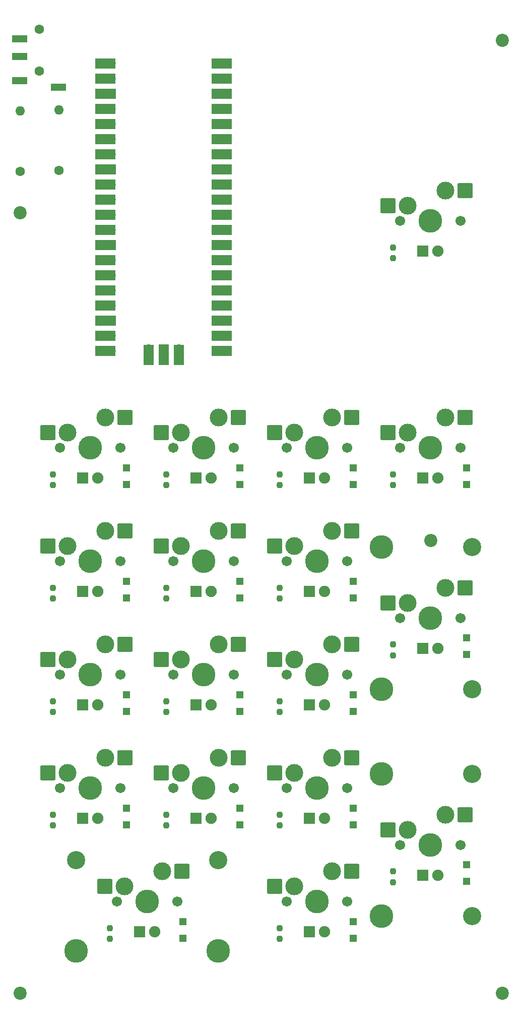
<source format=gbs>
%TF.GenerationSoftware,KiCad,Pcbnew,8.0.3*%
%TF.CreationDate,2024-07-24T13:04:13+02:00*%
%TF.ProjectId,numerical,6e756d65-7269-4636-916c-2e6b69636164,rev?*%
%TF.SameCoordinates,Original*%
%TF.FileFunction,Soldermask,Bot*%
%TF.FilePolarity,Negative*%
%FSLAX46Y46*%
G04 Gerber Fmt 4.6, Leading zero omitted, Abs format (unit mm)*
G04 Created by KiCad (PCBNEW 8.0.3) date 2024-07-24 13:04:13*
%MOMM*%
%LPD*%
G01*
G04 APERTURE LIST*
G04 Aperture macros list*
%AMRoundRect*
0 Rectangle with rounded corners*
0 $1 Rounding radius*
0 $2 $3 $4 $5 $6 $7 $8 $9 X,Y pos of 4 corners*
0 Add a 4 corners polygon primitive as box body*
4,1,4,$2,$3,$4,$5,$6,$7,$8,$9,$2,$3,0*
0 Add four circle primitives for the rounded corners*
1,1,$1+$1,$2,$3*
1,1,$1+$1,$4,$5*
1,1,$1+$1,$6,$7*
1,1,$1+$1,$8,$9*
0 Add four rect primitives between the rounded corners*
20,1,$1+$1,$2,$3,$4,$5,0*
20,1,$1+$1,$4,$5,$6,$7,0*
20,1,$1+$1,$6,$7,$8,$9,0*
20,1,$1+$1,$8,$9,$2,$3,0*%
G04 Aperture macros list end*
%ADD10C,1.701800*%
%ADD11C,3.000000*%
%ADD12C,3.987800*%
%ADD13RoundRect,0.200000X-1.075000X-1.050000X1.075000X-1.050000X1.075000X1.050000X-1.075000X1.050000X0*%
%ADD14C,3.048000*%
%ADD15R,1.905000X1.905000*%
%ADD16C,1.905000*%
%ADD17C,2.200000*%
%ADD18R,1.200000X1.200000*%
%ADD19RoundRect,0.237500X-0.237500X0.250000X-0.237500X-0.250000X0.237500X-0.250000X0.237500X0.250000X0*%
%ADD20C,1.600000*%
%ADD21O,1.600000X1.600000*%
%ADD22O,1.700000X1.700000*%
%ADD23R,3.500000X1.700000*%
%ADD24R,1.700000X1.700000*%
%ADD25R,1.700000X3.500000*%
%ADD26R,2.500000X1.200000*%
G04 APERTURE END LIST*
D10*
%TO.C,S7*%
X81720000Y-127075000D03*
D11*
X82990000Y-124535000D03*
D12*
X86800000Y-127075000D03*
D11*
X89340000Y-121995000D03*
D10*
X91880000Y-127075000D03*
D13*
X79715000Y-124535000D03*
X92642000Y-121995000D03*
%TD*%
D12*
%TO.C,S10*%
X135695000Y-124662000D03*
X135695000Y-148538000D03*
D10*
X138870000Y-136600000D03*
D11*
X140140000Y-134060000D03*
D12*
X143950000Y-136600000D03*
D11*
X146490000Y-131520000D03*
D10*
X149030000Y-136600000D03*
D14*
X150935000Y-124662000D03*
X150935000Y-148538000D03*
D13*
X136865000Y-134060000D03*
X149792000Y-131520000D03*
%TD*%
D10*
%TO.C,S23*%
X119820000Y-184225000D03*
D11*
X121090000Y-181685000D03*
D12*
X124900000Y-184225000D03*
D11*
X127440000Y-179145000D03*
D10*
X129980000Y-184225000D03*
D13*
X117815000Y-181685000D03*
X130742000Y-179145000D03*
%TD*%
D10*
%TO.C,S14*%
X119820000Y-146125000D03*
D11*
X121090000Y-143585000D03*
D12*
X124900000Y-146125000D03*
D11*
X127440000Y-141045000D03*
D10*
X129980000Y-146125000D03*
D13*
X117815000Y-143585000D03*
X130742000Y-141045000D03*
%TD*%
D15*
%TO.C,LED11*%
X85530000Y-151205000D03*
D16*
X88070000Y-151205000D03*
%TD*%
D15*
%TO.C,LED6*%
X142680000Y-75005000D03*
D16*
X145220000Y-75005000D03*
%TD*%
D15*
%TO.C,LED9*%
X142680000Y-141680000D03*
D16*
X145220000Y-141680000D03*
%TD*%
D10*
%TO.C,S3*%
X100770000Y-108025000D03*
D11*
X102040000Y-105485000D03*
D12*
X105850000Y-108025000D03*
D11*
X108390000Y-102945000D03*
D10*
X110930000Y-108025000D03*
D13*
X98765000Y-105485000D03*
X111692000Y-102945000D03*
%TD*%
D15*
%TO.C,LED4*%
X123630000Y-113105000D03*
D16*
X126170000Y-113105000D03*
%TD*%
D14*
%TO.C,S22*%
X84387000Y-177240000D03*
D12*
X84387000Y-192480000D03*
D10*
X91245000Y-184225000D03*
D11*
X92515000Y-181685000D03*
D12*
X96325000Y-184225000D03*
D11*
X98865000Y-179145000D03*
D10*
X101405000Y-184225000D03*
D14*
X108263000Y-177240000D03*
D12*
X108263000Y-192480000D03*
D13*
X89240000Y-181685000D03*
X102167000Y-179145000D03*
%TD*%
D10*
%TO.C,S2*%
X81720000Y-108025000D03*
D11*
X82990000Y-105485000D03*
D12*
X86800000Y-108025000D03*
D11*
X89340000Y-102945000D03*
D10*
X91880000Y-108025000D03*
D13*
X79715000Y-105485000D03*
X92642000Y-102945000D03*
%TD*%
D17*
%TO.C,REF\u002A\u002A*%
X156015000Y-199585000D03*
%TD*%
D10*
%TO.C,S5*%
X138870000Y-108025000D03*
D11*
X140140000Y-105485000D03*
D12*
X143950000Y-108025000D03*
D11*
X146490000Y-102945000D03*
D10*
X149030000Y-108025000D03*
D13*
X136865000Y-105485000D03*
X149792000Y-102945000D03*
%TD*%
D10*
%TO.C,S8*%
X100770000Y-127075000D03*
D11*
X102040000Y-124535000D03*
D12*
X105850000Y-127075000D03*
D11*
X108390000Y-121995000D03*
D10*
X110930000Y-127075000D03*
D13*
X98765000Y-124535000D03*
X111692000Y-121995000D03*
%TD*%
D10*
%TO.C,S1*%
X138870000Y-69925000D03*
D11*
X140140000Y-67385000D03*
D12*
X143950000Y-69925000D03*
D11*
X146490000Y-64845000D03*
D10*
X149030000Y-69925000D03*
D13*
X136865000Y-67385000D03*
X149792000Y-64845000D03*
%TD*%
D10*
%TO.C,S18*%
X100770000Y-165175000D03*
D11*
X102040000Y-162635000D03*
D12*
X105850000Y-165175000D03*
D11*
X108390000Y-160095000D03*
D10*
X110930000Y-165175000D03*
D13*
X98765000Y-162635000D03*
X111692000Y-160095000D03*
%TD*%
D17*
%TO.C,REF\u002A\u002A*%
X75015000Y-68585000D03*
%TD*%
D15*
%TO.C,LED7*%
X104580000Y-132155000D03*
D16*
X107120000Y-132155000D03*
%TD*%
D15*
%TO.C,LED17*%
X104580000Y-170255000D03*
D16*
X107120000Y-170255000D03*
%TD*%
D10*
%TO.C,S19*%
X119820000Y-165175000D03*
D11*
X121090000Y-162635000D03*
D12*
X124900000Y-165175000D03*
D11*
X127440000Y-160095000D03*
D10*
X129980000Y-165175000D03*
D13*
X117815000Y-162635000D03*
X130742000Y-160095000D03*
%TD*%
D15*
%TO.C,LED5*%
X142680000Y-113105000D03*
D16*
X145220000Y-113105000D03*
%TD*%
D15*
%TO.C,LED3*%
X104580000Y-113105000D03*
D16*
X107120000Y-113105000D03*
%TD*%
D15*
%TO.C,LED12*%
X104580000Y-151205000D03*
D16*
X107120000Y-151205000D03*
%TD*%
D17*
%TO.C,REF\u002A\u002A*%
X75015000Y-199585000D03*
%TD*%
D15*
%TO.C,LED1*%
X85530000Y-132155000D03*
D16*
X88070000Y-132155000D03*
%TD*%
D17*
%TO.C,REF\u002A\u002A*%
X144015000Y-123585000D03*
%TD*%
D15*
%TO.C,LED8*%
X123630000Y-132155000D03*
D16*
X126170000Y-132155000D03*
%TD*%
D12*
%TO.C,S24*%
X135695000Y-162762000D03*
X135695000Y-186638000D03*
D10*
X138870000Y-174700000D03*
D11*
X140140000Y-172160000D03*
D12*
X143950000Y-174700000D03*
D11*
X146490000Y-169620000D03*
D10*
X149030000Y-174700000D03*
D14*
X150935000Y-162762000D03*
X150935000Y-186638000D03*
D13*
X136865000Y-172160000D03*
X149792000Y-169620000D03*
%TD*%
D15*
%TO.C,LED2*%
X85530000Y-113105000D03*
D16*
X88070000Y-113105000D03*
%TD*%
D10*
%TO.C,S17*%
X81720000Y-165175000D03*
D11*
X82990000Y-162635000D03*
D12*
X86800000Y-165175000D03*
D11*
X89340000Y-160095000D03*
D10*
X91880000Y-165175000D03*
D13*
X79715000Y-162635000D03*
X92642000Y-160095000D03*
%TD*%
D15*
%TO.C,LED16*%
X85530000Y-170255000D03*
D16*
X88070000Y-170255000D03*
%TD*%
D15*
%TO.C,LED18*%
X123630000Y-170255000D03*
D16*
X126170000Y-170255000D03*
%TD*%
D10*
%TO.C,S12*%
X81720000Y-146125000D03*
D11*
X82990000Y-143585000D03*
D12*
X86800000Y-146125000D03*
D11*
X89340000Y-141045000D03*
D10*
X91880000Y-146125000D03*
D13*
X79715000Y-143585000D03*
X92642000Y-141045000D03*
%TD*%
D15*
%TO.C,LED22*%
X123630000Y-189305000D03*
D16*
X126170000Y-189305000D03*
%TD*%
D10*
%TO.C,S9*%
X119820000Y-127075000D03*
D11*
X121090000Y-124535000D03*
D12*
X124900000Y-127075000D03*
D11*
X127440000Y-121995000D03*
D10*
X129980000Y-127075000D03*
D13*
X117815000Y-124535000D03*
X130742000Y-121995000D03*
%TD*%
D10*
%TO.C,S13*%
X100770000Y-146125000D03*
D11*
X102040000Y-143585000D03*
D12*
X105850000Y-146125000D03*
D11*
X108390000Y-141045000D03*
D10*
X110930000Y-146125000D03*
D13*
X98765000Y-143585000D03*
X111692000Y-141045000D03*
%TD*%
D17*
%TO.C,REF\u002A\u002A*%
X156015000Y-39585000D03*
%TD*%
D10*
%TO.C,S4*%
X119820000Y-108025000D03*
D11*
X121090000Y-105485000D03*
D12*
X124900000Y-108025000D03*
D11*
X127440000Y-102945000D03*
D10*
X129980000Y-108025000D03*
D13*
X117815000Y-105485000D03*
X130742000Y-102945000D03*
%TD*%
D15*
%TO.C,LED23*%
X142680000Y-179780000D03*
D16*
X145220000Y-179780000D03*
%TD*%
D15*
%TO.C,LED21*%
X95055000Y-189305000D03*
D16*
X97595000Y-189305000D03*
%TD*%
D15*
%TO.C,LED13*%
X123630000Y-151205000D03*
D16*
X126170000Y-151205000D03*
%TD*%
D18*
%TO.C,D12*%
X111900000Y-152265000D03*
X111900000Y-149465000D03*
%TD*%
%TO.C,D21*%
X102375000Y-190365000D03*
X102375000Y-187565000D03*
%TD*%
D19*
%TO.C,R3*%
X80530000Y-131512500D03*
X80530000Y-133337500D03*
%TD*%
D18*
%TO.C,D16*%
X92850000Y-171315000D03*
X92850000Y-168515000D03*
%TD*%
D20*
%TO.C,R2*%
X81525000Y-61475000D03*
D21*
X81525000Y-51315000D03*
%TD*%
D18*
%TO.C,D4*%
X130950000Y-114165000D03*
X130950000Y-111365000D03*
%TD*%
D19*
%TO.C,R18*%
X80530000Y-169612500D03*
X80530000Y-171437500D03*
%TD*%
D18*
%TO.C,D1*%
X92850000Y-133215000D03*
X92850000Y-130415000D03*
%TD*%
D19*
%TO.C,R11*%
X137680000Y-141037500D03*
X137680000Y-142862500D03*
%TD*%
%TO.C,R6*%
X118630000Y-112462500D03*
X118630000Y-114287500D03*
%TD*%
D18*
%TO.C,D9*%
X150000000Y-142740000D03*
X150000000Y-139940000D03*
%TD*%
%TO.C,D11*%
X92850000Y-152265000D03*
X92850000Y-149465000D03*
%TD*%
%TO.C,D7*%
X111900000Y-133215000D03*
X111900000Y-130415000D03*
%TD*%
D19*
%TO.C,R19*%
X99580000Y-169612500D03*
X99580000Y-171437500D03*
%TD*%
%TO.C,R9*%
X99580000Y-131512500D03*
X99580000Y-133337500D03*
%TD*%
%TO.C,R23*%
X90055000Y-188662500D03*
X90055000Y-190487500D03*
%TD*%
D18*
%TO.C,D2*%
X92850000Y-114165000D03*
X92850000Y-111365000D03*
%TD*%
D19*
%TO.C,R24*%
X118630000Y-188662500D03*
X118630000Y-190487500D03*
%TD*%
D18*
%TO.C,D18*%
X130950000Y-171315000D03*
X130950000Y-168515000D03*
%TD*%
D19*
%TO.C,R20*%
X118630000Y-169612500D03*
X118630000Y-171437500D03*
%TD*%
D18*
%TO.C,D23*%
X150000000Y-180840000D03*
X150000000Y-178040000D03*
%TD*%
D19*
%TO.C,R10*%
X118630000Y-131512500D03*
X118630000Y-133337500D03*
%TD*%
D22*
%TO.C,U1*%
X107995000Y-43485000D03*
D23*
X108895000Y-43485000D03*
D22*
X107995000Y-46025000D03*
D23*
X108895000Y-46025000D03*
D24*
X107995000Y-48565000D03*
D23*
X108895000Y-48565000D03*
D22*
X107995000Y-51105000D03*
D23*
X108895000Y-51105000D03*
D22*
X107995000Y-53645000D03*
D23*
X108895000Y-53645000D03*
D22*
X107995000Y-56185000D03*
D23*
X108895000Y-56185000D03*
D22*
X107995000Y-58725000D03*
D23*
X108895000Y-58725000D03*
D24*
X107995000Y-61265000D03*
D23*
X108895000Y-61265000D03*
D22*
X107995000Y-63805000D03*
D23*
X108895000Y-63805000D03*
D22*
X107995000Y-66345000D03*
D23*
X108895000Y-66345000D03*
D22*
X107995000Y-68885000D03*
D23*
X108895000Y-68885000D03*
D22*
X107995000Y-71425000D03*
D23*
X108895000Y-71425000D03*
D24*
X107995000Y-73965000D03*
D23*
X108895000Y-73965000D03*
D22*
X107995000Y-76505000D03*
D23*
X108895000Y-76505000D03*
D22*
X107995000Y-79045000D03*
D23*
X108895000Y-79045000D03*
D22*
X107995000Y-81585000D03*
D23*
X108895000Y-81585000D03*
D22*
X107995000Y-84125000D03*
D23*
X108895000Y-84125000D03*
D24*
X107995000Y-86665000D03*
D23*
X108895000Y-86665000D03*
D22*
X107995000Y-89205000D03*
D23*
X108895000Y-89205000D03*
D22*
X107995000Y-91745000D03*
D23*
X108895000Y-91745000D03*
D22*
X90215000Y-91745000D03*
D23*
X89315000Y-91745000D03*
D22*
X90215000Y-89205000D03*
D23*
X89315000Y-89205000D03*
D24*
X90215000Y-86665000D03*
D23*
X89315000Y-86665000D03*
D22*
X90215000Y-84125000D03*
D23*
X89315000Y-84125000D03*
D22*
X90215000Y-81585000D03*
D23*
X89315000Y-81585000D03*
D22*
X90215000Y-79045000D03*
D23*
X89315000Y-79045000D03*
D22*
X90215000Y-76505000D03*
D23*
X89315000Y-76505000D03*
D24*
X90215000Y-73965000D03*
D23*
X89315000Y-73965000D03*
D22*
X90215000Y-71425000D03*
D23*
X89315000Y-71425000D03*
D22*
X90215000Y-68885000D03*
D23*
X89315000Y-68885000D03*
D22*
X90215000Y-66345000D03*
D23*
X89315000Y-66345000D03*
D22*
X90215000Y-63805000D03*
D23*
X89315000Y-63805000D03*
D24*
X90215000Y-61265000D03*
D23*
X89315000Y-61265000D03*
D22*
X90215000Y-58725000D03*
D23*
X89315000Y-58725000D03*
D22*
X90215000Y-56185000D03*
D23*
X89315000Y-56185000D03*
D22*
X90215000Y-53645000D03*
D23*
X89315000Y-53645000D03*
D22*
X90215000Y-51105000D03*
D23*
X89315000Y-51105000D03*
D24*
X90215000Y-48565000D03*
D23*
X89315000Y-48565000D03*
D22*
X90215000Y-46025000D03*
D23*
X89315000Y-46025000D03*
D22*
X90215000Y-43485000D03*
D23*
X89315000Y-43485000D03*
D22*
X101645000Y-91515000D03*
D25*
X101645000Y-92415000D03*
D24*
X99105000Y-91515000D03*
D25*
X99105000Y-92415000D03*
D22*
X96565000Y-91515000D03*
D25*
X96565000Y-92415000D03*
%TD*%
D18*
%TO.C,D22*%
X130950000Y-190365000D03*
X130950000Y-187565000D03*
%TD*%
%TO.C,D17*%
X111900000Y-171315000D03*
X111900000Y-168515000D03*
%TD*%
%TO.C,D8*%
X130950000Y-133215000D03*
X130950000Y-130415000D03*
%TD*%
D19*
%TO.C,R25*%
X137680000Y-179137500D03*
X137680000Y-180962500D03*
%TD*%
%TO.C,R7*%
X137680000Y-112462500D03*
X137680000Y-114287500D03*
%TD*%
%TO.C,R13*%
X80530000Y-150562500D03*
X80530000Y-152387500D03*
%TD*%
D18*
%TO.C,D3*%
X111900000Y-114165000D03*
X111900000Y-111365000D03*
%TD*%
%TO.C,D5*%
X150000000Y-114165000D03*
X150000000Y-111365000D03*
%TD*%
%TO.C,D13*%
X130950000Y-152265000D03*
X130950000Y-149465000D03*
%TD*%
D19*
%TO.C,R4*%
X80530000Y-112462500D03*
X80530000Y-114287500D03*
%TD*%
%TO.C,R8*%
X137680000Y-74362500D03*
X137680000Y-76187500D03*
%TD*%
%TO.C,R5*%
X99580000Y-112462500D03*
X99580000Y-114287500D03*
%TD*%
D20*
%TO.C,J1*%
X78215000Y-37735000D03*
X78215000Y-44735000D03*
D26*
X74965000Y-42335000D03*
X74965000Y-46335000D03*
X74965000Y-39335000D03*
X81465000Y-47435000D03*
%TD*%
D19*
%TO.C,R14*%
X99580000Y-150562500D03*
X99580000Y-152387500D03*
%TD*%
%TO.C,R15*%
X118630000Y-150562500D03*
X118630000Y-152387500D03*
%TD*%
D20*
%TO.C,R1*%
X74985000Y-61575000D03*
D21*
X74985000Y-51415000D03*
%TD*%
M02*

</source>
